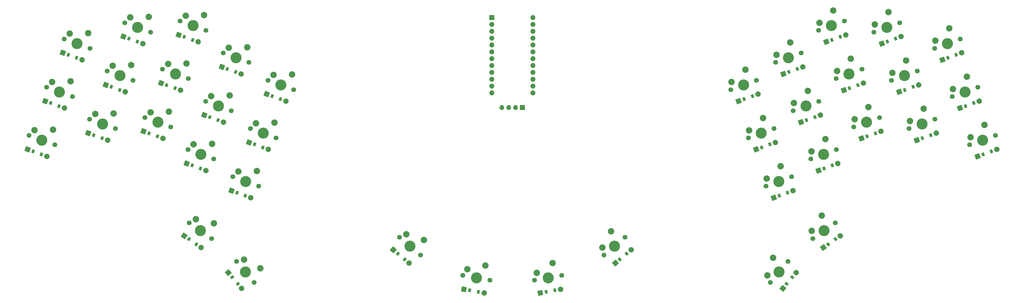
<source format=gbr>
%TF.GenerationSoftware,KiCad,Pcbnew,8.0.1*%
%TF.CreationDate,2024-05-01T11:59:16+09:00*%
%TF.ProjectId,pcb_plate,7063625f-706c-4617-9465-2e6b69636164,v1.0.0*%
%TF.SameCoordinates,Original*%
%TF.FileFunction,Soldermask,Bot*%
%TF.FilePolarity,Negative*%
%FSLAX46Y46*%
G04 Gerber Fmt 4.6, Leading zero omitted, Abs format (unit mm)*
G04 Created by KiCad (PCBNEW 8.0.1) date 2024-05-01 11:59:16*
%MOMM*%
%LPD*%
G01*
G04 APERTURE LIST*
G04 Aperture macros list*
%AMRoundRect*
0 Rectangle with rounded corners*
0 $1 Rounding radius*
0 $2 $3 $4 $5 $6 $7 $8 $9 X,Y pos of 4 corners*
0 Add a 4 corners polygon primitive as box body*
4,1,4,$2,$3,$4,$5,$6,$7,$8,$9,$2,$3,0*
0 Add four circle primitives for the rounded corners*
1,1,$1+$1,$2,$3*
1,1,$1+$1,$4,$5*
1,1,$1+$1,$6,$7*
1,1,$1+$1,$8,$9*
0 Add four rect primitives between the rounded corners*
20,1,$1+$1,$2,$3,$4,$5,0*
20,1,$1+$1,$4,$5,$6,$7,0*
20,1,$1+$1,$6,$7,$8,$9,0*
20,1,$1+$1,$8,$9,$2,$3,0*%
G04 Aperture macros list end*
%ADD10RoundRect,0.050000X-1.139443X-0.531331X0.531331X-1.139443X1.139443X0.531331X-0.531331X1.139443X0*%
%ADD11RoundRect,0.050000X-0.628074X-0.409907X0.217650X-0.717725X0.628074X0.409907X-0.217650X0.717725X0*%
%ADD12C,2.005000*%
%ADD13RoundRect,0.050000X-0.531331X-1.139443X1.139443X-0.531331X0.531331X1.139443X-1.139443X0.531331X0*%
%ADD14RoundRect,0.050000X-0.217650X-0.717725X0.628074X-0.409907X0.217650X0.717725X-0.628074X0.409907X0*%
%ADD15C,1.801800*%
%ADD16C,4.087800*%
%ADD17C,2.386000*%
%ADD18RoundRect,0.050000X-1.252452X0.109575X-0.109575X-1.252452X1.252452X-0.109575X0.109575X1.252452X0*%
%ADD19RoundRect,0.050000X-0.748881X-0.040953X-0.170372X-0.730393X0.748881X0.040953X0.170372X0.730393X0*%
%ADD20RoundRect,0.050000X-0.218317X-1.238136X1.238136X-0.218317X0.218317X1.238136X-1.238136X0.218317X0*%
%ADD21RoundRect,0.050000X-0.024473X-0.749601X0.712764X-0.233382X0.024473X0.749601X-0.712764X0.233382X0*%
%ADD22RoundRect,0.050000X-0.109575X-1.252452X1.252452X-0.109575X0.109575X1.252452X-1.252452X0.109575X0*%
%ADD23RoundRect,0.050000X0.040953X-0.748881X0.730393X-0.170372X-0.040953X0.748881X-0.730393X0.170372X0*%
%ADD24RoundRect,0.050000X-0.850000X-0.850000X0.850000X-0.850000X0.850000X0.850000X-0.850000X0.850000X0*%
%ADD25O,1.800000X1.800000*%
%ADD26RoundRect,0.050000X0.109575X-1.252452X1.252452X0.109575X-0.109575X1.252452X-1.252452X-0.109575X0*%
%ADD27RoundRect,0.050000X0.170372X-0.730393X0.748881X-0.040953X-0.170372X0.730393X-0.748881X0.040953X0*%
%ADD28RoundRect,0.050000X-1.029867X-0.721121X0.721121X-1.029867X1.029867X0.721121X-0.721121X1.029867X0*%
%ADD29RoundRect,0.050000X-0.547352X-0.512743X0.338975X-0.669026X0.547352X0.512743X-0.338975X0.669026X0*%
%ADD30RoundRect,0.050000X-1.252452X-0.109575X0.109575X-1.252452X1.252452X0.109575X-0.109575X1.252452X0*%
%ADD31RoundRect,0.050000X-0.730393X-0.170372X-0.040953X-0.748881X0.730393X0.170372X0.040953X0.748881X0*%
%ADD32RoundRect,0.050000X-0.876300X0.876300X-0.876300X-0.876300X0.876300X-0.876300X0.876300X0.876300X0*%
%ADD33C,1.852600*%
%ADD34RoundRect,0.050000X-1.238136X-0.218317X0.218317X-1.238136X1.238136X0.218317X-0.218317X1.238136X0*%
%ADD35RoundRect,0.050000X-0.712764X-0.233382X0.024473X-0.749601X0.712764X0.233382X-0.024473X0.749601X0*%
%ADD36RoundRect,0.050000X-0.721121X-1.029867X1.029867X-0.721121X0.721121X1.029867X-1.029867X0.721121X0*%
%ADD37RoundRect,0.050000X-0.338975X-0.669026X0.547352X-0.512743X0.338975X0.669026X-0.547352X0.512743X0*%
G04 APERTURE END LIST*
D10*
%TO.C,D4*%
X55121814Y-132168397D03*
D11*
X57151549Y-132907162D03*
X60252535Y-134035826D03*
D12*
X62282270Y-134774591D03*
%TD*%
D13*
%TO.C,D29*%
X325703889Y-146015449D03*
D14*
X327733626Y-145276684D03*
X330834608Y-144148020D03*
D12*
X332864345Y-143409255D03*
%TD*%
D13*
%TO.C,D26*%
X341650387Y-134129620D03*
D14*
X343680124Y-133390855D03*
X346781106Y-132262191D03*
D12*
X348810843Y-131523426D03*
%TD*%
D15*
%TO.C,S38*%
X220510783Y-186702400D03*
D16*
X225513607Y-185820266D03*
D15*
X230516431Y-184938132D03*
D17*
X227132887Y-180376374D03*
X221320423Y-183980452D03*
%TD*%
D15*
%TO.C,S36*%
X307835854Y-187501123D03*
D16*
X311101215Y-183609617D03*
D15*
X314366576Y-179718111D03*
D17*
X308842388Y-178398502D03*
X306706441Y-184895563D03*
%TD*%
D13*
%TO.C,D27*%
X335134902Y-116228473D03*
D14*
X337164639Y-115489708D03*
X340265621Y-114361044D03*
D12*
X342295358Y-113622279D03*
%TD*%
D15*
%TO.C,S30*%
X316284894Y-123850208D03*
D16*
X321058533Y-122112746D03*
D15*
X325832172Y-120375284D03*
D17*
X321707891Y-116470374D03*
X316609574Y-121029020D03*
%TD*%
D10*
%TO.C,D12*%
X104606625Y-107606962D03*
D11*
X106636360Y-108345727D03*
X109737346Y-109474391D03*
D12*
X111767081Y-110213156D03*
%TD*%
D15*
%TO.C,S11*%
X98607830Y-120375285D03*
D16*
X103381469Y-122112747D03*
D15*
X108155108Y-123850209D03*
D17*
X107505751Y-118207838D03*
X100669973Y-118422829D03*
%TD*%
D18*
%TO.C,D17*%
X107059539Y-183904927D03*
D19*
X108447959Y-185559584D03*
X110569161Y-188087528D03*
D12*
X111957581Y-189742185D03*
%TD*%
D13*
%TO.C,D28*%
X328619415Y-98327335D03*
D14*
X330649152Y-97588570D03*
X333750134Y-96459906D03*
D12*
X335779871Y-95721141D03*
%TD*%
D13*
%TO.C,D34*%
X296074877Y-120308879D03*
D14*
X298104614Y-119570114D03*
X301205596Y-118441450D03*
D12*
X303235333Y-117702685D03*
%TD*%
D20*
%TO.C,D35*%
X327492037Y-174614320D03*
D21*
X329261407Y-173375393D03*
X331964605Y-171482595D03*
D12*
X333733975Y-170243668D03*
%TD*%
D13*
%TO.C,D20*%
X384619705Y-140789919D03*
D14*
X386649442Y-140051154D03*
X389750424Y-138922490D03*
D12*
X391780161Y-138183725D03*
%TD*%
D15*
%TO.C,S2*%
X39692004Y-115149745D03*
D16*
X44465643Y-116887207D03*
D15*
X49239282Y-118624669D03*
D17*
X48589925Y-112982298D03*
X41754147Y-113197289D03*
%TD*%
D15*
%TO.C,S25*%
X346223247Y-94708215D03*
D16*
X350996886Y-92970753D03*
D15*
X355770525Y-91233291D03*
D17*
X351646244Y-87328381D03*
X346547927Y-91887027D03*
%TD*%
D10*
%TO.C,D14*%
X114689189Y-135603827D03*
D11*
X116718924Y-136342592D03*
X119819910Y-137471256D03*
D12*
X121849645Y-138210021D03*
%TD*%
D22*
%TO.C,D37*%
X250436523Y-180363857D03*
D23*
X252091180Y-178975437D03*
X254619124Y-176854235D03*
D12*
X256273781Y-175465815D03*
%TD*%
D24*
%TO.C,OLED1*%
X216020000Y-122707314D03*
D25*
X213480000Y-122707314D03*
X210939998Y-122707315D03*
X208400000Y-122707314D03*
%TD*%
D15*
%TO.C,S3*%
X46207495Y-97248599D03*
D16*
X50981134Y-98986061D03*
D15*
X55754773Y-100723523D03*
D17*
X55105416Y-95081152D03*
X48269638Y-95296143D03*
%TD*%
D15*
%TO.C,S21*%
X375200714Y-118624672D03*
D16*
X379974353Y-116887210D03*
D15*
X384747992Y-115149748D03*
D17*
X380623711Y-111244838D03*
X375525394Y-115803484D03*
%TD*%
D15*
%TO.C,S29*%
X322800376Y-141751356D03*
D16*
X327574015Y-140013894D03*
D15*
X332347654Y-138276432D03*
D17*
X328223373Y-134371522D03*
X323125056Y-138930168D03*
%TD*%
D15*
%TO.C,S12*%
X105123311Y-102474139D03*
D16*
X109896950Y-104211601D03*
D15*
X114670589Y-105949063D03*
D17*
X114021232Y-100306692D03*
X107185454Y-100521683D03*
%TD*%
D10*
%TO.C,D7*%
X75629153Y-131523435D03*
D11*
X77658888Y-132262200D03*
X80759874Y-133390864D03*
D12*
X82789609Y-134129629D03*
%TD*%
D15*
%TO.C,S13*%
X108690392Y-148372136D03*
D16*
X113464031Y-150109598D03*
D15*
X118237670Y-151847060D03*
D17*
X117588313Y-146204689D03*
X110752535Y-146419680D03*
%TD*%
D15*
%TO.C,S32*%
X306202330Y-151847067D03*
D16*
X310975969Y-150109605D03*
D15*
X315749608Y-148372143D03*
D17*
X311625327Y-144467233D03*
X306527010Y-149025879D03*
%TD*%
D15*
%TO.C,S31*%
X309769406Y-105949063D03*
D16*
X314543045Y-104211601D03*
D15*
X319316684Y-102474139D03*
D17*
X315192403Y-98569229D03*
X310094086Y-103127875D03*
%TD*%
D15*
%TO.C,S27*%
X332231390Y-111964378D03*
D16*
X337005029Y-110226916D03*
D15*
X341778668Y-108489454D03*
D17*
X337654387Y-104584544D03*
X332556070Y-109143190D03*
%TD*%
D15*
%TO.C,S5*%
X62153992Y-109134429D03*
D16*
X66927631Y-110871891D03*
D15*
X71701270Y-112609353D03*
D17*
X71051913Y-106966982D03*
X64216135Y-107181973D03*
%TD*%
D10*
%TO.C,D1*%
X32659836Y-138183719D03*
D11*
X34689571Y-138922484D03*
X37790557Y-140051148D03*
D12*
X39820292Y-140789913D03*
%TD*%
D15*
%TO.C,S23*%
X359254218Y-130510496D03*
D16*
X364027857Y-128773034D03*
D15*
X368801496Y-127035572D03*
D17*
X364677215Y-123130662D03*
X359578898Y-127689308D03*
%TD*%
D15*
%TO.C,S4*%
X55638509Y-127035577D03*
D16*
X60412148Y-128773039D03*
D15*
X65185787Y-130510501D03*
D17*
X64536430Y-124868130D03*
X57700652Y-125083121D03*
%TD*%
D15*
%TO.C,S22*%
X368685230Y-100723529D03*
D16*
X373458869Y-98986067D03*
D15*
X378232508Y-97248605D03*
D17*
X374108227Y-93343695D03*
X369009910Y-97902341D03*
%TD*%
D15*
%TO.C,S8*%
X82661334Y-108489457D03*
D16*
X87434973Y-110226919D03*
D15*
X92208612Y-111964381D03*
D17*
X91559255Y-106322010D03*
X84723477Y-106537001D03*
%TD*%
D10*
%TO.C,D15*%
X121204671Y-117702684D03*
D11*
X123234406Y-118441449D03*
X126335392Y-119570113D03*
D12*
X128365127Y-120308878D03*
%TD*%
D13*
%TO.C,D24*%
X355642245Y-116873447D03*
D14*
X357671982Y-116134682D03*
X360772964Y-115006018D03*
D12*
X362802701Y-114267253D03*
%TD*%
D26*
%TO.C,D36*%
X312482418Y-189742183D03*
D27*
X313870837Y-188087528D03*
X315992041Y-185559580D03*
D12*
X317380460Y-183904925D03*
%TD*%
D15*
%TO.C,S9*%
X89176812Y-90588313D03*
D16*
X93950451Y-92325775D03*
D15*
X98724090Y-94063237D03*
D17*
X98074733Y-88420866D03*
X91238955Y-88635857D03*
%TD*%
D15*
%TO.C,S28*%
X325715906Y-94063233D03*
D16*
X330489545Y-92325771D03*
D15*
X335263184Y-90588309D03*
D17*
X331138903Y-86683399D03*
X326040586Y-91242045D03*
%TD*%
D13*
%TO.C,D33*%
X302590356Y-138210017D03*
D14*
X304620093Y-137471252D03*
X307721075Y-136342588D03*
D12*
X309750812Y-135603823D03*
%TD*%
D13*
%TO.C,D21*%
X378104223Y-122888771D03*
D14*
X380133960Y-122150006D03*
X383234942Y-121021342D03*
D12*
X385264679Y-120282577D03*
%TD*%
D15*
%TO.C,S19*%
X193923560Y-184938134D03*
D16*
X198926383Y-185820268D03*
D15*
X203929206Y-186702402D03*
D17*
X202309926Y-181258510D03*
X195615333Y-182657257D03*
%TD*%
D10*
%TO.C,D9*%
X88660128Y-95721143D03*
D11*
X90689863Y-96459908D03*
X93790849Y-97588572D03*
D12*
X95820584Y-98327337D03*
%TD*%
D15*
%TO.C,S18*%
X170407282Y-170819253D03*
D16*
X174298788Y-174084614D03*
D15*
X178190294Y-177349975D03*
D17*
X179509903Y-171825787D03*
X173012842Y-169689840D03*
%TD*%
D28*
%TO.C,D19*%
X194306030Y-190082699D03*
D29*
X196433214Y-190457782D03*
X199683080Y-191030818D03*
D12*
X201810264Y-191405901D03*
%TD*%
D15*
%TO.C,S10*%
X92092341Y-138276428D03*
D16*
X96865980Y-140013890D03*
D15*
X101639619Y-141751352D03*
D17*
X100990262Y-136108981D03*
X94154484Y-136323972D03*
%TD*%
D15*
%TO.C,S20*%
X381716200Y-136525815D03*
D16*
X386489839Y-134788353D03*
D15*
X391263478Y-133050891D03*
D17*
X387139197Y-129145981D03*
X382040880Y-133704627D03*
%TD*%
D10*
%TO.C,D13*%
X108173703Y-153504969D03*
D11*
X110203438Y-154243734D03*
X113304424Y-155372398D03*
D12*
X115334159Y-156111163D03*
%TD*%
D13*
%TO.C,D30*%
X319188405Y-128114307D03*
D14*
X321218142Y-127375542D03*
X324319124Y-126246878D03*
D12*
X326348861Y-125508113D03*
%TD*%
D30*
%TO.C,D18*%
X168166225Y-175465823D03*
D31*
X169820880Y-176854242D03*
X172348828Y-178975446D03*
D12*
X174003483Y-180363865D03*
%TD*%
D15*
%TO.C,S16*%
X92533588Y-165419469D03*
D16*
X96694880Y-168333237D03*
D15*
X100856172Y-171247005D03*
D17*
X101689295Y-165628828D03*
X95030798Y-164067264D03*
%TD*%
D32*
%TO.C,MCU1*%
X204600004Y-89337315D03*
D33*
X204600005Y-91877314D03*
X204600004Y-94417311D03*
X204600003Y-96957312D03*
X204600005Y-99497312D03*
X204600004Y-102037313D03*
X204600004Y-104577313D03*
X204600005Y-107117314D03*
X204600004Y-109657316D03*
X204600004Y-112197315D03*
X204600006Y-114737313D03*
X204600004Y-117277309D03*
X219840004Y-89337317D03*
X219840002Y-91877313D03*
X219840004Y-94417311D03*
X219840004Y-96957310D03*
X219840003Y-99497312D03*
X219840004Y-102037313D03*
X219840004Y-104577313D03*
X219840003Y-107117314D03*
X219840005Y-109657314D03*
X219840004Y-112197315D03*
X219840003Y-114737312D03*
X219840004Y-117277311D03*
%TD*%
D10*
%TO.C,D11*%
X98091145Y-125508112D03*
D11*
X100120880Y-126246877D03*
X103221866Y-127375541D03*
D12*
X105251601Y-128114306D03*
%TD*%
D13*
%TO.C,D23*%
X362157725Y-134774600D03*
D14*
X364187462Y-134035835D03*
X367288444Y-132907171D03*
D12*
X369318181Y-132168406D03*
%TD*%
D10*
%TO.C,D3*%
X45690803Y-102381433D03*
D11*
X47720538Y-103120198D03*
X50821524Y-104248862D03*
D12*
X52851259Y-104987627D03*
%TD*%
D13*
%TO.C,D22*%
X371588739Y-104987623D03*
D14*
X373618476Y-104248858D03*
X376719458Y-103120194D03*
D12*
X378749195Y-102381429D03*
%TD*%
D15*
%TO.C,S26*%
X338746877Y-129865520D03*
D16*
X343520516Y-128128058D03*
D15*
X348294155Y-126390596D03*
D17*
X344169874Y-122485686D03*
X339071557Y-127044332D03*
%TD*%
D15*
%TO.C,S7*%
X76145845Y-126390599D03*
D16*
X80919484Y-128128061D03*
D15*
X85693123Y-129865523D03*
D17*
X85043766Y-124223152D03*
X78207988Y-124438143D03*
%TD*%
D10*
%TO.C,D5*%
X61637303Y-114267254D03*
D11*
X63667038Y-115006019D03*
X66768024Y-116134683D03*
D12*
X68797759Y-116873448D03*
%TD*%
D15*
%TO.C,S15*%
X121721357Y-112569847D03*
D16*
X126494996Y-114307309D03*
D15*
X131268635Y-116044771D03*
D17*
X130619278Y-110402400D03*
X123783500Y-110617391D03*
%TD*%
D15*
%TO.C,S24*%
X352738733Y-112609352D03*
D16*
X357512372Y-110871890D03*
D15*
X362286011Y-109134428D03*
D17*
X358161730Y-105229518D03*
X353063413Y-109788164D03*
%TD*%
D15*
%TO.C,S34*%
X293171360Y-116044778D03*
D16*
X297944999Y-114307316D03*
D15*
X302718638Y-112569854D03*
D17*
X298594357Y-108664944D03*
X293496040Y-113223590D03*
%TD*%
D13*
%TO.C,D31*%
X312672918Y-110213159D03*
D14*
X314702655Y-109474394D03*
X317803637Y-108345730D03*
D12*
X319833374Y-107606965D03*
%TD*%
D10*
%TO.C,D8*%
X82144641Y-113622283D03*
D11*
X84174376Y-114361048D03*
X87275362Y-115489712D03*
D12*
X89305097Y-116228477D03*
%TD*%
D34*
%TO.C,D16*%
X90706033Y-170243670D03*
D35*
X92475401Y-171482596D03*
X95178603Y-173375396D03*
D12*
X96947971Y-174614322D03*
%TD*%
D15*
%TO.C,S35*%
X323583828Y-171247005D03*
D16*
X327745120Y-168333237D03*
D15*
X331906412Y-165419469D03*
D17*
X326911996Y-162715058D03*
X323167267Y-168437914D03*
%TD*%
D15*
%TO.C,S17*%
X110073427Y-179718113D03*
D16*
X113338788Y-183609619D03*
D15*
X116604149Y-187501125D03*
D17*
X118862976Y-182290011D03*
X112835523Y-179058309D03*
%TD*%
D15*
%TO.C,S37*%
X246249700Y-177349975D03*
D16*
X250141206Y-174084614D03*
D15*
X254032712Y-170819253D03*
D17*
X248821598Y-168560426D03*
X245589896Y-174587879D03*
%TD*%
D13*
%TO.C,D32*%
X309105834Y-156111165D03*
D14*
X311135571Y-155372400D03*
X314236553Y-154243736D03*
D12*
X316266290Y-153504971D03*
%TD*%
D36*
%TO.C,D38*%
X222629731Y-191405904D03*
D37*
X224756917Y-191030820D03*
X228006779Y-190457786D03*
D12*
X230133965Y-190082702D03*
%TD*%
D15*
%TO.C,S33*%
X299686840Y-133945921D03*
D16*
X304460479Y-132208459D03*
D15*
X309234118Y-130470997D03*
D17*
X305109837Y-126566087D03*
X300011520Y-131124733D03*
%TD*%
D10*
%TO.C,D10*%
X91575664Y-143409257D03*
D11*
X93605399Y-144148022D03*
X96706385Y-145276686D03*
D12*
X98736120Y-146015451D03*
%TD*%
D15*
%TO.C,S6*%
X68669473Y-91233286D03*
D16*
X73443112Y-92970748D03*
D15*
X78216751Y-94708210D03*
D17*
X77567394Y-89065839D03*
X70731616Y-89280830D03*
%TD*%
D15*
%TO.C,S1*%
X33176525Y-133050896D03*
D16*
X37950164Y-134788358D03*
D15*
X42723803Y-136525820D03*
D17*
X42074446Y-130883449D03*
X35238668Y-131098440D03*
%TD*%
D10*
%TO.C,D2*%
X39175318Y-120282575D03*
D11*
X41205053Y-121021340D03*
X44306039Y-122150004D03*
D12*
X46335774Y-122888769D03*
%TD*%
D13*
%TO.C,D25*%
X349126758Y-98972306D03*
D14*
X351156495Y-98233541D03*
X354257477Y-97104877D03*
D12*
X356287214Y-96366112D03*
%TD*%
D10*
%TO.C,D6*%
X68152787Y-96366117D03*
D11*
X70182522Y-97104882D03*
X73283508Y-98233546D03*
D12*
X75313243Y-98972311D03*
%TD*%
D15*
%TO.C,S14*%
X115205874Y-130470995D03*
D16*
X119979513Y-132208457D03*
D15*
X124753152Y-133945919D03*
D17*
X124103795Y-128303548D03*
X117268017Y-128518539D03*
%TD*%
M02*

</source>
